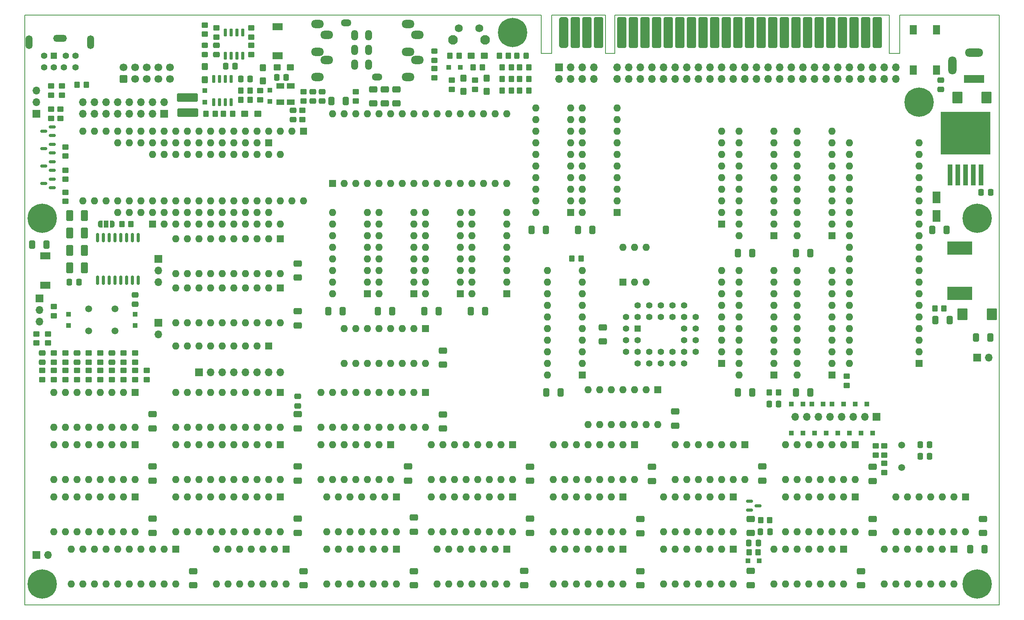
<source format=gbr>
%TF.GenerationSoftware,KiCad,Pcbnew,6.0.11-2627ca5db0~126~ubuntu22.04.1*%
%TF.CreationDate,2023-12-06T09:32:17+02:00*%
%TF.ProjectId,ZX-Spectrum-Pentagon,5a582d53-7065-4637-9472-756d2d50656e,pcb_v0.4*%
%TF.SameCoordinates,Original*%
%TF.FileFunction,Soldermask,Top*%
%TF.FilePolarity,Negative*%
%FSLAX46Y46*%
G04 Gerber Fmt 4.6, Leading zero omitted, Abs format (unit mm)*
G04 Created by KiCad (PCBNEW 6.0.11-2627ca5db0~126~ubuntu22.04.1) date 2023-12-06 09:32:17*
%MOMM*%
%LPD*%
G01*
G04 APERTURE LIST*
G04 Aperture macros list*
%AMRoundRect*
0 Rectangle with rounded corners*
0 $1 Rounding radius*
0 $2 $3 $4 $5 $6 $7 $8 $9 X,Y pos of 4 corners*
0 Add a 4 corners polygon primitive as box body*
4,1,4,$2,$3,$4,$5,$6,$7,$8,$9,$2,$3,0*
0 Add four circle primitives for the rounded corners*
1,1,$1+$1,$2,$3*
1,1,$1+$1,$4,$5*
1,1,$1+$1,$6,$7*
1,1,$1+$1,$8,$9*
0 Add four rect primitives between the rounded corners*
20,1,$1+$1,$2,$3,$4,$5,0*
20,1,$1+$1,$4,$5,$6,$7,0*
20,1,$1+$1,$6,$7,$8,$9,0*
20,1,$1+$1,$8,$9,$2,$3,0*%
%AMFreePoly0*
4,1,22,0.550000,-0.750000,0.000000,-0.750000,0.000000,-0.745033,-0.079941,-0.743568,-0.215256,-0.701293,-0.333266,-0.622738,-0.424486,-0.514219,-0.481581,-0.384460,-0.499164,-0.250000,-0.500000,-0.250000,-0.500000,0.250000,-0.499164,0.250000,-0.499963,0.256109,-0.478152,0.396186,-0.417904,0.524511,-0.324060,0.630769,-0.204165,0.706417,-0.067858,0.745374,0.000000,0.744959,0.000000,0.750000,
0.550000,0.750000,0.550000,-0.750000,0.550000,-0.750000,$1*%
%AMFreePoly1*
4,1,20,0.000000,0.744959,0.073905,0.744508,0.209726,0.703889,0.328688,0.626782,0.421226,0.519385,0.479903,0.390333,0.500000,0.250000,0.500000,-0.250000,0.499851,-0.262216,0.476331,-0.402017,0.414519,-0.529596,0.319384,-0.634700,0.198574,-0.708877,0.061801,-0.746166,0.000000,-0.745033,0.000000,-0.750000,-0.550000,-0.750000,-0.550000,0.750000,0.000000,0.750000,0.000000,0.744959,
0.000000,0.744959,$1*%
G04 Aperture macros list end*
%TA.AperFunction,Profile*%
%ADD10C,0.200000*%
%TD*%
%ADD11R,1.000000X1.000000*%
%ADD12RoundRect,0.250000X0.350000X0.450000X-0.350000X0.450000X-0.350000X-0.450000X0.350000X-0.450000X0*%
%ADD13RoundRect,0.250000X-0.450000X0.350000X-0.450000X-0.350000X0.450000X-0.350000X0.450000X0.350000X0*%
%ADD14R,1.422400X1.422400*%
%ADD15C,1.422400*%
%ADD16R,1.408000X1.408000*%
%ADD17C,1.408000*%
%ADD18O,1.500000X3.000000*%
%ADD19O,3.000000X1.500000*%
%ADD20RoundRect,0.250000X0.650000X-0.412500X0.650000X0.412500X-0.650000X0.412500X-0.650000X-0.412500X0*%
%ADD21RoundRect,0.150000X0.587500X0.150000X-0.587500X0.150000X-0.587500X-0.150000X0.587500X-0.150000X0*%
%ADD22C,1.500000*%
%ADD23RoundRect,0.250000X0.450000X-0.350000X0.450000X0.350000X-0.450000X0.350000X-0.450000X-0.350000X0*%
%ADD24R,1.600000X1.600000*%
%ADD25O,1.600000X1.600000*%
%ADD26RoundRect,0.460000X-0.540000X-2.890000X0.540000X-2.890000X0.540000X2.890000X-0.540000X2.890000X0*%
%ADD27RoundRect,0.280000X-0.720000X-3.070000X0.720000X-3.070000X0.720000X3.070000X-0.720000X3.070000X0*%
%ADD28RoundRect,0.150000X0.150000X-0.875000X0.150000X0.875000X-0.150000X0.875000X-0.150000X-0.875000X0*%
%ADD29RoundRect,0.250001X0.499999X0.924999X-0.499999X0.924999X-0.499999X-0.924999X0.499999X-0.924999X0*%
%ADD30RoundRect,0.250000X-0.325000X-0.450000X0.325000X-0.450000X0.325000X0.450000X-0.325000X0.450000X0*%
%ADD31R,1.700000X1.700000*%
%ADD32O,1.700000X1.700000*%
%ADD33RoundRect,0.250000X0.475000X-0.337500X0.475000X0.337500X-0.475000X0.337500X-0.475000X-0.337500X0*%
%ADD34RoundRect,0.250000X0.450000X-0.325000X0.450000X0.325000X-0.450000X0.325000X-0.450000X-0.325000X0*%
%ADD35RoundRect,0.250000X-0.450000X0.325000X-0.450000X-0.325000X0.450000X-0.325000X0.450000X0.325000X0*%
%ADD36RoundRect,0.250000X-0.337500X-0.475000X0.337500X-0.475000X0.337500X0.475000X-0.337500X0.475000X0*%
%ADD37RoundRect,0.250000X0.425000X-0.537500X0.425000X0.537500X-0.425000X0.537500X-0.425000X-0.537500X0*%
%ADD38RoundRect,0.150000X-0.150000X0.725000X-0.150000X-0.725000X0.150000X-0.725000X0.150000X0.725000X0*%
%ADD39RoundRect,0.250000X-0.475000X0.337500X-0.475000X-0.337500X0.475000X-0.337500X0.475000X0.337500X0*%
%ADD40RoundRect,0.250000X-0.412500X-0.650000X0.412500X-0.650000X0.412500X0.650000X-0.412500X0.650000X0*%
%ADD41C,2.100000*%
%ADD42C,1.750000*%
%ADD43RoundRect,0.250000X-0.425000X0.537500X-0.425000X-0.537500X0.425000X-0.537500X0.425000X0.537500X0*%
%ADD44RoundRect,0.250000X-0.350000X-0.450000X0.350000X-0.450000X0.350000X0.450000X-0.350000X0.450000X0*%
%ADD45RoundRect,0.250000X-0.875000X-1.025000X0.875000X-1.025000X0.875000X1.025000X-0.875000X1.025000X0*%
%ADD46R,1.500000X2.000000*%
%ADD47RoundRect,0.250000X0.337500X0.475000X-0.337500X0.475000X-0.337500X-0.475000X0.337500X-0.475000X0*%
%ADD48C,0.800000*%
%ADD49C,6.400000*%
%ADD50R,2.200000X1.500000*%
%ADD51R,1.700000X1.300000*%
%ADD52R,1.100000X4.600000*%
%ADD53R,10.800000X9.400000*%
%ADD54R,4.400000X1.800000*%
%ADD55O,4.000000X1.800000*%
%ADD56O,1.800000X4.000000*%
%ADD57R,5.400000X2.900000*%
%ADD58RoundRect,0.250000X0.600000X-0.600000X0.600000X0.600000X-0.600000X0.600000X-0.600000X-0.600000X0*%
%ADD59C,1.700000*%
%ADD60RoundRect,0.250000X-0.537500X-0.425000X0.537500X-0.425000X0.537500X0.425000X-0.537500X0.425000X0*%
%ADD61RoundRect,0.250000X0.412500X0.650000X-0.412500X0.650000X-0.412500X-0.650000X0.412500X-0.650000X0*%
%ADD62RoundRect,0.180000X-2.070000X-0.720000X2.070000X-0.720000X2.070000X0.720000X-2.070000X0.720000X0*%
%ADD63O,2.800000X1.800000*%
%ADD64FreePoly0,0.000000*%
%ADD65R,1.000000X1.500000*%
%ADD66FreePoly1,0.000000*%
%ADD67R,1.800000X2.500000*%
%ADD68O,1.500000X2.300000*%
%ADD69O,2.300000X1.500000*%
%ADD70RoundRect,0.250000X0.537500X0.425000X-0.537500X0.425000X-0.537500X-0.425000X0.537500X-0.425000X0*%
%ADD71RoundRect,0.250000X-0.650000X0.412500X-0.650000X-0.412500X0.650000X-0.412500X0.650000X0.412500X0*%
%ADD72RoundRect,0.150000X-0.587500X-0.150000X0.587500X-0.150000X0.587500X0.150000X-0.587500X0.150000X0*%
G04 APERTURE END LIST*
D10*
X20320000Y-149320000D02*
X20320000Y-20320000D01*
X233420000Y-149320000D02*
X20320000Y-149320000D01*
X211630000Y-20320000D02*
X233420000Y-20320000D01*
X20320000Y-20320000D02*
X133250000Y-20320000D01*
X233420000Y-20320000D02*
X233420000Y-149320000D01*
%TO.C,XMCPU1*%
X211630000Y-28720000D02*
X211630000Y-20320000D01*
X133250000Y-20320000D02*
X133250000Y-28720000D01*
X209330000Y-28720000D02*
X211630000Y-28720000D01*
X149310000Y-20320000D02*
X209330000Y-20320000D01*
X147310000Y-20320000D02*
X147310000Y-28720000D01*
X135550000Y-20320000D02*
X147310000Y-20320000D01*
X135550000Y-28720000D02*
X135550000Y-20320000D01*
X147310000Y-28720000D02*
X149310000Y-28720000D01*
X209330000Y-20320000D02*
X209330000Y-28720000D01*
X149310000Y-28720000D02*
X149310000Y-20320000D01*
X133250000Y-28720000D02*
X135550000Y-28720000D01*
%TD*%
D11*
%TO.C,DIO5*%
X198140000Y-111760000D03*
X200640000Y-111760000D03*
%TD*%
D12*
%TO.C,RPS1*%
X69580000Y-36830000D03*
X67580000Y-36830000D03*
%TD*%
D13*
%TO.C,RIO3*%
X118745000Y-34560000D03*
X118745000Y-36560000D03*
%TD*%
D11*
%TO.C,DG1*%
X113050000Y-31750000D03*
X115550000Y-31750000D03*
%TD*%
D14*
%TO.C,U30*%
X154305000Y-88900000D03*
D15*
X151765000Y-91440000D03*
X154305000Y-91440000D03*
X151765000Y-93980000D03*
X154305000Y-96520000D03*
X154305000Y-93980000D03*
X156845000Y-96520000D03*
X156845000Y-93980000D03*
X159385000Y-96520000D03*
X159385000Y-93980000D03*
X161925000Y-96520000D03*
X161925000Y-93980000D03*
X164465000Y-96520000D03*
X167005000Y-93980000D03*
X164465000Y-93980000D03*
X167005000Y-91440000D03*
X164465000Y-91440000D03*
X167005000Y-88900000D03*
X164465000Y-88900000D03*
X167005000Y-86360000D03*
X164465000Y-83820000D03*
X164465000Y-86360000D03*
X161925000Y-83820000D03*
X161925000Y-86360000D03*
X159385000Y-83820000D03*
X159385000Y-86360000D03*
X156845000Y-83820000D03*
X156845000Y-86360000D03*
X154305000Y-83820000D03*
X151765000Y-86360000D03*
X154305000Y-86360000D03*
X151765000Y-88900000D03*
%TD*%
D16*
%TO.C,JVE2*%
X26670000Y-29210000D03*
D17*
X29270000Y-29210000D03*
X24570000Y-29210000D03*
X26670000Y-31710000D03*
X31370000Y-29210000D03*
X24570000Y-31710000D03*
X28870000Y-31710000D03*
X31370000Y-31710000D03*
D18*
X21220000Y-26210000D03*
X34720000Y-26210000D03*
D19*
X27970000Y-25410000D03*
%TD*%
D20*
%TO.C,CPF36*%
X80015000Y-122202500D03*
X80015000Y-119077500D03*
%TD*%
D11*
%TO.C,DIO6*%
X199370000Y-105410000D03*
X196870000Y-105410000D03*
%TD*%
D20*
%TO.C,CPF13*%
X229870000Y-133642500D03*
X229870000Y-130517500D03*
%TD*%
D21*
%TO.C,QVF3*%
X26337500Y-54290000D03*
X26337500Y-52390000D03*
X24462500Y-53340000D03*
%TD*%
D22*
%TO.C,YG1*%
X212090000Y-114390000D03*
X212090000Y-119270000D03*
%TD*%
D11*
%TO.C,DIO8*%
X187980000Y-111760000D03*
X190480000Y-111760000D03*
%TD*%
D23*
%TO.C,RVE27*%
X25400000Y-92059000D03*
X25400000Y-90059000D03*
%TD*%
D24*
%TO.C,U15*%
X151135000Y-125730000D03*
D25*
X148595000Y-125730000D03*
X146055000Y-125730000D03*
X143515000Y-125730000D03*
X140975000Y-125730000D03*
X138435000Y-125730000D03*
X135895000Y-125730000D03*
X135895000Y-133350000D03*
X138435000Y-133350000D03*
X140975000Y-133350000D03*
X143515000Y-133350000D03*
X146055000Y-133350000D03*
X148595000Y-133350000D03*
X151135000Y-133350000D03*
%TD*%
D20*
%TO.C,CPF20*%
X99060000Y-39662500D03*
X99060000Y-36537500D03*
%TD*%
D24*
%TO.C,U48*%
X95250000Y-81280000D03*
D25*
X95250000Y-78740000D03*
X95250000Y-76200000D03*
X95250000Y-73660000D03*
X95250000Y-71120000D03*
X95250000Y-68580000D03*
X95250000Y-66040000D03*
X95250000Y-63500000D03*
X87630000Y-63500000D03*
X87630000Y-66040000D03*
X87630000Y-68580000D03*
X87630000Y-71120000D03*
X87630000Y-73660000D03*
X87630000Y-76200000D03*
X87630000Y-78740000D03*
X87630000Y-81280000D03*
%TD*%
D24*
%TO.C,U18*%
X76200000Y-69215000D03*
D25*
X73660000Y-69215000D03*
X71120000Y-69215000D03*
X68580000Y-69215000D03*
X66040000Y-69215000D03*
X63500000Y-69215000D03*
X60960000Y-69215000D03*
X58420000Y-69215000D03*
X55880000Y-69215000D03*
X53340000Y-69215000D03*
X53340000Y-76835000D03*
X55880000Y-76835000D03*
X58420000Y-76835000D03*
X60960000Y-76835000D03*
X63500000Y-76835000D03*
X66040000Y-76835000D03*
X68580000Y-76835000D03*
X71120000Y-76835000D03*
X73660000Y-76835000D03*
X76200000Y-76835000D03*
%TD*%
D26*
%TO.C,XMCPU1*%
X138150000Y-24130000D03*
D27*
X140690000Y-24130000D03*
X143230000Y-24130000D03*
X145770000Y-24130000D03*
X150850000Y-24130000D03*
X153390000Y-24130000D03*
X155930000Y-24130000D03*
X158470000Y-24130000D03*
X161010000Y-24130000D03*
X163550000Y-24130000D03*
X166090000Y-24130000D03*
X168630000Y-24130000D03*
X171170000Y-24130000D03*
X173710000Y-24130000D03*
X176250000Y-24130000D03*
X178790000Y-24130000D03*
X181330000Y-24130000D03*
X183870000Y-24130000D03*
X186410000Y-24130000D03*
X188950000Y-24130000D03*
X191490000Y-24130000D03*
X194030000Y-24130000D03*
X196570000Y-24130000D03*
X199110000Y-24130000D03*
X201650000Y-24130000D03*
X204190000Y-24130000D03*
X206730000Y-24130000D03*
%TD*%
D28*
%TO.C,U49*%
X36195000Y-78310000D03*
X37465000Y-78310000D03*
X38735000Y-78310000D03*
X40005000Y-78310000D03*
X41275000Y-78310000D03*
X42545000Y-78310000D03*
X43815000Y-78310000D03*
X45085000Y-78310000D03*
X45085000Y-69010000D03*
X43815000Y-69010000D03*
X42545000Y-69010000D03*
X41275000Y-69010000D03*
X40005000Y-69010000D03*
X38735000Y-69010000D03*
X37465000Y-69010000D03*
X36195000Y-69010000D03*
%TD*%
D29*
%TO.C,CVE5*%
X33375000Y-64135000D03*
X30125000Y-64135000D03*
%TD*%
D24*
%TO.C,U19*%
X81280000Y-45710000D03*
D25*
X78740000Y-45710000D03*
X76200000Y-45710000D03*
X73660000Y-45710000D03*
X71120000Y-45710000D03*
X68580000Y-45710000D03*
X66040000Y-45710000D03*
X63500000Y-45710000D03*
X60960000Y-45710000D03*
X58420000Y-45710000D03*
X55880000Y-45710000D03*
X53340000Y-45710000D03*
X50800000Y-45710000D03*
X48260000Y-45710000D03*
X45720000Y-45710000D03*
X43180000Y-45710000D03*
X40640000Y-45710000D03*
X38100000Y-45710000D03*
X35560000Y-45710000D03*
X33020000Y-45710000D03*
X33020000Y-60950000D03*
X35560000Y-60950000D03*
X38100000Y-60950000D03*
X40640000Y-60950000D03*
X43180000Y-60950000D03*
X45720000Y-60950000D03*
X48260000Y-60950000D03*
X50800000Y-60950000D03*
X53340000Y-60950000D03*
X55880000Y-60950000D03*
X58420000Y-60950000D03*
X60960000Y-60950000D03*
X63500000Y-60950000D03*
X66040000Y-60950000D03*
X68580000Y-60950000D03*
X71120000Y-60950000D03*
X73660000Y-60950000D03*
X76200000Y-60950000D03*
X78740000Y-60950000D03*
X81280000Y-60950000D03*
%TD*%
D30*
%TO.C,DPI2*%
X127880000Y-29210000D03*
X129930000Y-29210000D03*
%TD*%
D31*
%TO.C,TP1*%
X228600000Y-95250000D03*
D32*
X231140000Y-95250000D03*
%TD*%
D21*
%TO.C,QVF2*%
X26337500Y-58100000D03*
X26337500Y-56200000D03*
X24462500Y-57150000D03*
%TD*%
D33*
%TO.C,CVE6*%
X31750000Y-96287500D03*
X31750000Y-94212500D03*
%TD*%
D34*
%TO.C,DPI1*%
X109855000Y-30235000D03*
X109855000Y-28185000D03*
%TD*%
D23*
%TO.C,RVE12*%
X29210000Y-96250000D03*
X29210000Y-94250000D03*
%TD*%
D35*
%TO.C,DPI3*%
X59690000Y-26915000D03*
X59690000Y-28965000D03*
%TD*%
D23*
%TO.C,RIO10*%
X69850000Y-25130000D03*
X69850000Y-23130000D03*
%TD*%
D13*
%TO.C,RVE23*%
X29210000Y-59055000D03*
X29210000Y-61055000D03*
%TD*%
D24*
%TO.C,SWCPU1*%
X151130000Y-78740000D03*
D25*
X153670000Y-78740000D03*
X156210000Y-78740000D03*
X156210000Y-71120000D03*
X153670000Y-71120000D03*
X151130000Y-71120000D03*
%TD*%
D36*
%TO.C,CIO9*%
X64240500Y-31496000D03*
X66315500Y-31496000D03*
%TD*%
%TO.C,CG1*%
X216132500Y-114300000D03*
X218207500Y-114300000D03*
%TD*%
D11*
%TO.C,DG2*%
X178455000Y-139700000D03*
X180955000Y-139700000D03*
%TD*%
D37*
%TO.C,CIO10*%
X121285000Y-36997500D03*
X121285000Y-34122500D03*
%TD*%
%TO.C,CIO6*%
X116205000Y-36997500D03*
X116205000Y-34122500D03*
%TD*%
D23*
%TO.C,RIO2*%
X69850000Y-28940000D03*
X69850000Y-26940000D03*
%TD*%
D31*
%TO.C,JPVE1*%
X22835000Y-41895000D03*
D32*
X22835000Y-39355000D03*
X22835000Y-36815000D03*
%TD*%
D23*
%TO.C,RVE18*%
X39370000Y-100060000D03*
X39370000Y-98060000D03*
%TD*%
D38*
%TO.C,UPS2*%
X65405000Y-34255000D03*
X64135000Y-34255000D03*
X62865000Y-34255000D03*
X61595000Y-34255000D03*
X61595000Y-39405000D03*
X62865000Y-39405000D03*
X64135000Y-39405000D03*
X65405000Y-39405000D03*
%TD*%
D39*
%TO.C,CM1*%
X80010000Y-103737500D03*
X80010000Y-105812500D03*
%TD*%
D40*
%TO.C,CPF46*%
X97497500Y-85090000D03*
X100622500Y-85090000D03*
%TD*%
D29*
%TO.C,CVE4*%
X33375000Y-67945000D03*
X30125000Y-67945000D03*
%TD*%
D24*
%TO.C,U25*%
X196840000Y-68575000D03*
D25*
X196840000Y-66035000D03*
X196840000Y-63495000D03*
X196840000Y-60955000D03*
X196840000Y-58415000D03*
X196840000Y-55875000D03*
X196840000Y-53335000D03*
X196840000Y-50795000D03*
X196840000Y-48255000D03*
X196840000Y-45715000D03*
X189220000Y-45715000D03*
X189220000Y-48255000D03*
X189220000Y-50795000D03*
X189220000Y-53335000D03*
X189220000Y-55875000D03*
X189220000Y-58415000D03*
X189220000Y-60955000D03*
X189220000Y-63495000D03*
X189220000Y-66035000D03*
X189220000Y-68575000D03*
%TD*%
D29*
%TO.C,CVE2*%
X33375000Y-75565000D03*
X30125000Y-75565000D03*
%TD*%
D40*
%TO.C,CPF27*%
X218782500Y-67310000D03*
X221907500Y-67310000D03*
%TD*%
D29*
%TO.C,CVE7*%
X33375000Y-71755000D03*
X30125000Y-71755000D03*
%TD*%
D31*
%TO.C,JIO5*%
X49530000Y-87625000D03*
D32*
X49530000Y-90165000D03*
%TD*%
D40*
%TO.C,CPF50*%
X21932500Y-70485000D03*
X25057500Y-70485000D03*
%TD*%
D13*
%TO.C,RVE3*%
X46990000Y-98060000D03*
X46990000Y-100060000D03*
%TD*%
D41*
%TO.C,SWG1*%
X120960000Y-25697500D03*
X113950000Y-25697500D03*
D42*
X115200000Y-23207500D03*
X119700000Y-23207500D03*
%TD*%
D43*
%TO.C,CIO8*%
X72390000Y-31852500D03*
X72390000Y-34727500D03*
%TD*%
D44*
%TO.C,RIO8*%
X128540000Y-36830000D03*
X130540000Y-36830000D03*
%TD*%
D40*
%TO.C,CPF29*%
X134327500Y-102870000D03*
X137452500Y-102870000D03*
%TD*%
D13*
%TO.C,RPI1*%
X109855000Y-32020000D03*
X109855000Y-34020000D03*
%TD*%
D39*
%TO.C,CIO7*%
X62230000Y-26902500D03*
X62230000Y-28977500D03*
%TD*%
D20*
%TO.C,CPF11*%
X203200000Y-145072500D03*
X203200000Y-141947500D03*
%TD*%
D33*
%TO.C,CIO5*%
X78994000Y-43201500D03*
X78994000Y-41126500D03*
%TD*%
D23*
%TO.C,RVE13*%
X36830000Y-96250000D03*
X36830000Y-94250000D03*
%TD*%
D45*
%TO.C,CPS4*%
X225400000Y-85725000D03*
X231800000Y-85725000D03*
%TD*%
D46*
%TO.C,DPS2*%
X214620000Y-32310000D03*
X219720000Y-32310000D03*
X219720000Y-23570000D03*
X214620000Y-23570000D03*
%TD*%
D20*
%TO.C,CPF18*%
X80010000Y-77762500D03*
X80010000Y-74637500D03*
%TD*%
D33*
%TO.C,CVE8*%
X24130000Y-96287500D03*
X24130000Y-94212500D03*
%TD*%
D12*
%TO.C,RG8*%
X180705000Y-137795000D03*
X178705000Y-137795000D03*
%TD*%
D24*
%TO.C,U47*%
X125730000Y-81280000D03*
D25*
X125730000Y-78740000D03*
X125730000Y-76200000D03*
X125730000Y-73660000D03*
X125730000Y-71120000D03*
X125730000Y-68580000D03*
X125730000Y-66040000D03*
X125730000Y-63500000D03*
X118110000Y-63500000D03*
X118110000Y-66040000D03*
X118110000Y-68580000D03*
X118110000Y-71120000D03*
X118110000Y-73660000D03*
X118110000Y-76200000D03*
X118110000Y-78740000D03*
X118110000Y-81280000D03*
%TD*%
D33*
%TO.C,CVE3*%
X39370000Y-96287500D03*
X39370000Y-94212500D03*
%TD*%
D45*
%TO.C,CPS2*%
X224232000Y-38354000D03*
X230632000Y-38354000D03*
%TD*%
D37*
%TO.C,CPS1*%
X59690000Y-34457500D03*
X59690000Y-31582500D03*
%TD*%
D47*
%TO.C,CG2*%
X218207500Y-116840000D03*
X216132500Y-116840000D03*
%TD*%
D23*
%TO.C,RVE20*%
X26670000Y-96250000D03*
X26670000Y-94250000D03*
%TD*%
D40*
%TO.C,CPF45*%
X131152500Y-67315000D03*
X134277500Y-67315000D03*
%TD*%
D44*
%TO.C,RPS4*%
X67580000Y-38862000D03*
X69580000Y-38862000D03*
%TD*%
D36*
%TO.C,CPS5*%
X229467500Y-59055000D03*
X231542500Y-59055000D03*
%TD*%
D48*
%TO.C,H5*%
X25827056Y-146477056D03*
X24130000Y-147180000D03*
X22432944Y-146477056D03*
D49*
X24130000Y-144780000D03*
D48*
X22432944Y-143082944D03*
X26530000Y-144780000D03*
X24130000Y-142380000D03*
X25827056Y-143082944D03*
X21730000Y-144780000D03*
%TD*%
D40*
%TO.C,CPF24*%
X176237500Y-102870000D03*
X179362500Y-102870000D03*
%TD*%
D24*
%TO.C,U20*%
X73655000Y-48250000D03*
D25*
X71115000Y-48250000D03*
X68575000Y-48250000D03*
X66035000Y-48250000D03*
X63495000Y-48250000D03*
X60955000Y-48250000D03*
X58415000Y-48250000D03*
X55875000Y-48250000D03*
X53335000Y-48250000D03*
X50795000Y-48250000D03*
X48255000Y-48250000D03*
X45715000Y-48250000D03*
X43175000Y-48250000D03*
X40635000Y-48250000D03*
X40635000Y-63490000D03*
X43175000Y-63490000D03*
X45715000Y-63490000D03*
X48255000Y-63490000D03*
X50795000Y-63490000D03*
X53335000Y-63490000D03*
X55875000Y-63490000D03*
X58415000Y-63490000D03*
X60955000Y-63490000D03*
X63495000Y-63490000D03*
X66035000Y-63490000D03*
X68575000Y-63490000D03*
X71115000Y-63490000D03*
X73655000Y-63490000D03*
%TD*%
D11*
%TO.C,DVE1*%
X44450000Y-85745000D03*
X44450000Y-88245000D03*
%TD*%
%TO.C,DIO9*%
X194925000Y-105410000D03*
X192425000Y-105410000D03*
%TD*%
D20*
%TO.C,CPF21*%
X96520000Y-39662500D03*
X96520000Y-36537500D03*
%TD*%
D36*
%TO.C,CPS7*%
X67542500Y-34290000D03*
X69617500Y-34290000D03*
%TD*%
D13*
%TO.C,RIO5*%
X62230000Y-23130000D03*
X62230000Y-25130000D03*
%TD*%
D31*
%TO.C,JIOKB2*%
X58420000Y-98425000D03*
D32*
X60960000Y-98425000D03*
X63500000Y-98425000D03*
X66040000Y-98425000D03*
X68580000Y-98425000D03*
X71120000Y-98425000D03*
X73660000Y-98425000D03*
X76200000Y-98425000D03*
%TD*%
D44*
%TO.C,RIO14*%
X128540000Y-31750000D03*
X130540000Y-31750000D03*
%TD*%
D13*
%TO.C,RG1*%
X206375000Y-114570000D03*
X206375000Y-116570000D03*
%TD*%
D20*
%TO.C,CPF2*%
X181605000Y-122202500D03*
X181605000Y-119077500D03*
%TD*%
D23*
%TO.C,RVE28*%
X22860000Y-92059000D03*
X22860000Y-90059000D03*
%TD*%
D20*
%TO.C,CPF14*%
X104140000Y-122202500D03*
X104140000Y-119077500D03*
%TD*%
D23*
%TO.C,RVE9*%
X28448000Y-37830000D03*
X28448000Y-35830000D03*
%TD*%
D11*
%TO.C,DIO10*%
X190480000Y-105410000D03*
X187980000Y-105410000D03*
%TD*%
D20*
%TO.C,CPF37*%
X48260000Y-122202500D03*
X48260000Y-119077500D03*
%TD*%
%TO.C,CPF6*%
X157465000Y-122222500D03*
X157465000Y-119097500D03*
%TD*%
D24*
%TO.C,U7*%
X175260000Y-137160000D03*
D25*
X172720000Y-137160000D03*
X170180000Y-137160000D03*
X167640000Y-137160000D03*
X165100000Y-137160000D03*
X162560000Y-137160000D03*
X160020000Y-137160000D03*
X160020000Y-144780000D03*
X162560000Y-144780000D03*
X165100000Y-144780000D03*
X167640000Y-144780000D03*
X170180000Y-144780000D03*
X172720000Y-144780000D03*
X175260000Y-144780000D03*
%TD*%
D40*
%TO.C,CPF3*%
X227037500Y-137160000D03*
X230162500Y-137160000D03*
%TD*%
D44*
%TO.C,RG4*%
X113300000Y-29210000D03*
X115300000Y-29210000D03*
%TD*%
D20*
%TO.C,CPF23*%
X80010000Y-88215000D03*
X80010000Y-85090000D03*
%TD*%
D40*
%TO.C,CPF48*%
X86702500Y-85090000D03*
X89827500Y-85090000D03*
%TD*%
D50*
%TO.C,LVE1*%
X24765000Y-73000000D03*
X24765000Y-79400000D03*
%TD*%
D23*
%TO.C,RVE17*%
X31750000Y-100060000D03*
X31750000Y-98060000D03*
%TD*%
%TO.C,RVF1*%
X92710000Y-39100000D03*
X92710000Y-37100000D03*
%TD*%
D36*
%TO.C,CG5*%
X178667500Y-135763000D03*
X180742500Y-135763000D03*
%TD*%
D24*
%TO.C,U23*%
X76200000Y-80010000D03*
D25*
X73660000Y-80010000D03*
X71120000Y-80010000D03*
X68580000Y-80010000D03*
X66040000Y-80010000D03*
X63500000Y-80010000D03*
X60960000Y-80010000D03*
X58420000Y-80010000D03*
X55880000Y-80010000D03*
X53340000Y-80010000D03*
X53340000Y-87630000D03*
X55880000Y-87630000D03*
X58420000Y-87630000D03*
X60960000Y-87630000D03*
X63500000Y-87630000D03*
X66040000Y-87630000D03*
X68580000Y-87630000D03*
X71120000Y-87630000D03*
X73660000Y-87630000D03*
X76200000Y-87630000D03*
%TD*%
D12*
%TO.C,RG5*%
X120380000Y-31750000D03*
X118380000Y-31750000D03*
%TD*%
D13*
%TO.C,RCPU3*%
X200025000Y-99330000D03*
X200025000Y-101330000D03*
%TD*%
D40*
%TO.C,CPF42*%
X107657500Y-85090000D03*
X110782500Y-85090000D03*
%TD*%
D13*
%TO.C,RIO6*%
X81026000Y-41164000D03*
X81026000Y-43164000D03*
%TD*%
D20*
%TO.C,CPF35*%
X80015000Y-110772500D03*
X80015000Y-107647500D03*
%TD*%
D24*
%TO.C,U42*%
X115570000Y-81280000D03*
D25*
X115570000Y-78740000D03*
X115570000Y-76200000D03*
X115570000Y-73660000D03*
X115570000Y-71120000D03*
X115570000Y-68580000D03*
X115570000Y-66040000D03*
X115570000Y-63500000D03*
X107950000Y-63500000D03*
X107950000Y-66040000D03*
X107950000Y-68580000D03*
X107950000Y-71120000D03*
X107950000Y-73660000D03*
X107950000Y-76200000D03*
X107950000Y-78740000D03*
X107950000Y-81280000D03*
%TD*%
D22*
%TO.C,YVE1*%
X40005000Y-84545000D03*
X40005000Y-89425000D03*
%TD*%
D20*
%TO.C,CPF17*%
X111745000Y-96812500D03*
X111745000Y-93687500D03*
%TD*%
D13*
%TO.C,RVE2*%
X26035000Y-40910000D03*
X26035000Y-42910000D03*
%TD*%
D20*
%TO.C,CPF34*%
X81275000Y-145072500D03*
X81275000Y-141947500D03*
%TD*%
D24*
%TO.C,U38*%
X44450000Y-102870000D03*
D25*
X41910000Y-102870000D03*
X39370000Y-102870000D03*
X36830000Y-102870000D03*
X34290000Y-102870000D03*
X31750000Y-102870000D03*
X29210000Y-102870000D03*
X26670000Y-102870000D03*
X26670000Y-110490000D03*
X29210000Y-110490000D03*
X31750000Y-110490000D03*
X34290000Y-110490000D03*
X36830000Y-110490000D03*
X39370000Y-110490000D03*
X41910000Y-110490000D03*
X44450000Y-110490000D03*
%TD*%
D20*
%TO.C,CPF39*%
X57150000Y-145072500D03*
X57150000Y-141947500D03*
%TD*%
D11*
%TO.C,DIO11*%
X204450000Y-105410000D03*
X201950000Y-105410000D03*
%TD*%
D44*
%TO.C,RCPU2*%
X139970000Y-73533000D03*
X141970000Y-73533000D03*
%TD*%
D24*
%TO.C,U44*%
X87615000Y-57155000D03*
D25*
X90155000Y-57155000D03*
X92695000Y-57155000D03*
X95235000Y-57155000D03*
X97775000Y-57155000D03*
X100315000Y-57155000D03*
X102855000Y-57155000D03*
X105395000Y-57155000D03*
X107935000Y-57155000D03*
X110475000Y-57155000D03*
X113015000Y-57155000D03*
X115555000Y-57155000D03*
X118095000Y-57155000D03*
X120635000Y-57155000D03*
X123175000Y-57155000D03*
X125715000Y-57155000D03*
X125715000Y-41915000D03*
X123175000Y-41915000D03*
X120635000Y-41915000D03*
X118095000Y-41915000D03*
X115555000Y-41915000D03*
X113015000Y-41915000D03*
X110475000Y-41915000D03*
X107935000Y-41915000D03*
X105395000Y-41915000D03*
X102855000Y-41915000D03*
X100315000Y-41915000D03*
X97775000Y-41915000D03*
X95235000Y-41915000D03*
X92695000Y-41915000D03*
X90155000Y-41915000D03*
X87615000Y-41915000D03*
%TD*%
D11*
%TO.C,DPS1*%
X59690000Y-36850000D03*
X59690000Y-39350000D03*
%TD*%
D23*
%TO.C,RVE22*%
X41910000Y-96250000D03*
X41910000Y-94250000D03*
%TD*%
D38*
%TO.C,U22*%
X67945000Y-24095000D03*
X66675000Y-24095000D03*
X65405000Y-24095000D03*
X64135000Y-24095000D03*
X64135000Y-29245000D03*
X65405000Y-29245000D03*
X66675000Y-29245000D03*
X67945000Y-29245000D03*
%TD*%
D11*
%TO.C,DVE2*%
X29845000Y-85745000D03*
X29845000Y-88245000D03*
%TD*%
D13*
%TO.C,RVE24*%
X29210000Y-49165000D03*
X29210000Y-51165000D03*
%TD*%
D49*
%TO.C,H2*%
X215900000Y-39370000D03*
D48*
X218300000Y-39370000D03*
X217597056Y-37672944D03*
X214202944Y-37672944D03*
X215900000Y-36970000D03*
X217597056Y-41067056D03*
X213500000Y-39370000D03*
X215900000Y-41770000D03*
X214202944Y-41067056D03*
%TD*%
D13*
%TO.C,RIO1*%
X81280000Y-37100000D03*
X81280000Y-39100000D03*
%TD*%
D24*
%TO.C,U1*%
X201930000Y-114300000D03*
D25*
X199390000Y-114300000D03*
X196850000Y-114300000D03*
X194310000Y-114300000D03*
X191770000Y-114300000D03*
X189230000Y-114300000D03*
X186690000Y-114300000D03*
X186690000Y-121920000D03*
X189230000Y-121920000D03*
X191770000Y-121920000D03*
X194310000Y-121920000D03*
X196850000Y-121920000D03*
X199390000Y-121920000D03*
X201930000Y-121920000D03*
%TD*%
D24*
%TO.C,U11*%
X199395000Y-137170000D03*
D25*
X196855000Y-137170000D03*
X194315000Y-137170000D03*
X191775000Y-137170000D03*
X189235000Y-137170000D03*
X186695000Y-137170000D03*
X184155000Y-137170000D03*
X184155000Y-144790000D03*
X186695000Y-144790000D03*
X189235000Y-144790000D03*
X191775000Y-144790000D03*
X194315000Y-144790000D03*
X196855000Y-144790000D03*
X199395000Y-144790000D03*
%TD*%
D21*
%TO.C,QVF1*%
X26337500Y-46670000D03*
X26337500Y-44770000D03*
X24462500Y-45720000D03*
%TD*%
D24*
%TO.C,U5*%
X127000000Y-125730000D03*
D25*
X124460000Y-125730000D03*
X121920000Y-125730000D03*
X119380000Y-125730000D03*
X116840000Y-125730000D03*
X114300000Y-125730000D03*
X111760000Y-125730000D03*
X109220000Y-125730000D03*
X109220000Y-133350000D03*
X111760000Y-133350000D03*
X114300000Y-133350000D03*
X116840000Y-133350000D03*
X119380000Y-133350000D03*
X121920000Y-133350000D03*
X124460000Y-133350000D03*
X127000000Y-133350000D03*
%TD*%
D40*
%TO.C,CPF22*%
X228307500Y-90805000D03*
X231432500Y-90805000D03*
%TD*%
D24*
%TO.C,RSIO1*%
X73660000Y-92710000D03*
D25*
X71120000Y-92710000D03*
X68580000Y-92710000D03*
X66040000Y-92710000D03*
X63500000Y-92710000D03*
X60960000Y-92710000D03*
X58420000Y-92710000D03*
X55880000Y-92710000D03*
X53340000Y-92710000D03*
%TD*%
D20*
%TO.C,CPF40*%
X80015000Y-133632500D03*
X80015000Y-130507500D03*
%TD*%
D24*
%TO.C,U21*%
X48260000Y-66040000D03*
D25*
X50800000Y-66040000D03*
X53340000Y-66040000D03*
X55880000Y-66040000D03*
X58420000Y-66040000D03*
X60960000Y-66040000D03*
X63500000Y-66040000D03*
X66040000Y-66040000D03*
X68580000Y-66040000D03*
X71120000Y-66040000D03*
X73660000Y-66040000D03*
X76200000Y-66040000D03*
X76200000Y-50800000D03*
X73660000Y-50800000D03*
X71120000Y-50800000D03*
X68580000Y-50800000D03*
X66040000Y-50800000D03*
X63500000Y-50800000D03*
X60960000Y-50800000D03*
X58420000Y-50800000D03*
X55880000Y-50800000D03*
X53340000Y-50800000D03*
X50800000Y-50800000D03*
X48260000Y-50800000D03*
%TD*%
D23*
%TO.C,RVE15*%
X26035000Y-37830000D03*
X26035000Y-35830000D03*
%TD*%
D24*
%TO.C,RSCPU1*%
X172720000Y-96520000D03*
D25*
X172720000Y-93980000D03*
X172720000Y-91440000D03*
X172720000Y-88900000D03*
X172720000Y-86360000D03*
X172720000Y-83820000D03*
X172720000Y-81280000D03*
X172720000Y-78740000D03*
X172720000Y-76200000D03*
%TD*%
D21*
%TO.C,QVF4*%
X26337500Y-50480000D03*
X26337500Y-48580000D03*
X24462500Y-49530000D03*
%TD*%
D12*
%TO.C,RPI2*%
X126095000Y-29210000D03*
X124095000Y-29210000D03*
%TD*%
D13*
%TO.C,RVE19*%
X29210000Y-54245000D03*
X29210000Y-56245000D03*
%TD*%
D12*
%TO.C,RIO13*%
X126730000Y-34290000D03*
X124730000Y-34290000D03*
%TD*%
D20*
%TO.C,CPF1*%
X205740000Y-122222500D03*
X205740000Y-119097500D03*
%TD*%
D24*
%TO.C,U13*%
X226065000Y-125730000D03*
D25*
X223525000Y-125730000D03*
X220985000Y-125730000D03*
X218445000Y-125730000D03*
X215905000Y-125730000D03*
X213365000Y-125730000D03*
X210825000Y-125730000D03*
X210825000Y-133350000D03*
X213365000Y-133350000D03*
X215905000Y-133350000D03*
X218445000Y-133350000D03*
X220985000Y-133350000D03*
X223525000Y-133350000D03*
X226065000Y-133350000D03*
%TD*%
D24*
%TO.C,U46*%
X105410000Y-81280000D03*
D25*
X105410000Y-78740000D03*
X105410000Y-76200000D03*
X105410000Y-73660000D03*
X105410000Y-71120000D03*
X105410000Y-68580000D03*
X105410000Y-66040000D03*
X105410000Y-63500000D03*
X97790000Y-63500000D03*
X97790000Y-66040000D03*
X97790000Y-68580000D03*
X97790000Y-71120000D03*
X97790000Y-73660000D03*
X97790000Y-76200000D03*
X97790000Y-78740000D03*
X97790000Y-81280000D03*
%TD*%
D51*
%TO.C,DIO1*%
X76200000Y-35842000D03*
X76200000Y-39342000D03*
%TD*%
D52*
%TO.C,UPS1*%
X222660000Y-55305000D03*
X224360000Y-55305000D03*
X226060000Y-55305000D03*
D53*
X226060000Y-46155000D03*
D52*
X227760000Y-55305000D03*
X229460000Y-55305000D03*
%TD*%
D13*
%TO.C,RIO4*%
X113665000Y-34560000D03*
X113665000Y-36560000D03*
%TD*%
D24*
%TO.C,U35*%
X76200000Y-102870000D03*
D25*
X73660000Y-102870000D03*
X71120000Y-102870000D03*
X68580000Y-102870000D03*
X66040000Y-102870000D03*
X63500000Y-102870000D03*
X60960000Y-102870000D03*
X58420000Y-102870000D03*
X55880000Y-102870000D03*
X53340000Y-102870000D03*
X53340000Y-110490000D03*
X55880000Y-110490000D03*
X58420000Y-110490000D03*
X60960000Y-110490000D03*
X63500000Y-110490000D03*
X66040000Y-110490000D03*
X68580000Y-110490000D03*
X71120000Y-110490000D03*
X73660000Y-110490000D03*
X76200000Y-110490000D03*
%TD*%
D13*
%TO.C,RVE10*%
X44450000Y-98060000D03*
X44450000Y-100060000D03*
%TD*%
D20*
%TO.C,CPF5*%
X130825000Y-133632500D03*
X130825000Y-130507500D03*
%TD*%
D54*
%TO.C,JPS1*%
X227930000Y-34290000D03*
D55*
X227930000Y-28490000D03*
D56*
X223130000Y-31290000D03*
%TD*%
D13*
%TO.C,RG3*%
X208280000Y-118380000D03*
X208280000Y-120380000D03*
%TD*%
D22*
%TO.C,YVE2*%
X34290000Y-84545000D03*
X34290000Y-89425000D03*
%TD*%
D57*
%TO.C,LPS1*%
X224790000Y-71250000D03*
X224790000Y-81150000D03*
%TD*%
D31*
%TO.C,TP2*%
X22860000Y-138430000D03*
D32*
X25400000Y-138430000D03*
%TD*%
D31*
%TO.C,JIO3*%
X50800000Y-41910000D03*
D32*
X50800000Y-39370000D03*
X48260000Y-41910000D03*
X48260000Y-39370000D03*
X45720000Y-41910000D03*
X45720000Y-39370000D03*
X43180000Y-41910000D03*
X43180000Y-39370000D03*
X40640000Y-41910000D03*
X40640000Y-39370000D03*
X38100000Y-41910000D03*
X38100000Y-39370000D03*
X35560000Y-41910000D03*
X35560000Y-39370000D03*
X33020000Y-41910000D03*
X33020000Y-39370000D03*
%TD*%
D58*
%TO.C,JVE3*%
X41910000Y-34290000D03*
D59*
X41910000Y-31750000D03*
X44450000Y-34290000D03*
X44450000Y-31750000D03*
X46990000Y-34290000D03*
X46990000Y-31750000D03*
X49530000Y-34290000D03*
X49530000Y-31750000D03*
X52070000Y-34290000D03*
X52070000Y-31750000D03*
%TD*%
D23*
%TO.C,RVE14*%
X44450000Y-96250000D03*
X44450000Y-94250000D03*
%TD*%
D31*
%TO.C,JCPU1*%
X137160000Y-31750000D03*
D32*
X137160000Y-34290000D03*
X139700000Y-31750000D03*
X139700000Y-34290000D03*
X142240000Y-31750000D03*
X142240000Y-34290000D03*
X144780000Y-31750000D03*
X144780000Y-34290000D03*
X149860000Y-31750000D03*
X149860000Y-34290000D03*
X152400000Y-31750000D03*
X152400000Y-34290000D03*
X154940000Y-31750000D03*
X154940000Y-34290000D03*
X157480000Y-31750000D03*
X157480000Y-34290000D03*
X160020000Y-31750000D03*
X160020000Y-34290000D03*
X162560000Y-31750000D03*
X162560000Y-34290000D03*
X165100000Y-31750000D03*
X165100000Y-34290000D03*
X167640000Y-31750000D03*
X167640000Y-34290000D03*
X170180000Y-31750000D03*
X170180000Y-34290000D03*
X172720000Y-31750000D03*
X172720000Y-34290000D03*
X175260000Y-31750000D03*
X175260000Y-34290000D03*
X177800000Y-31750000D03*
X177800000Y-34290000D03*
X180340000Y-31750000D03*
X180340000Y-34290000D03*
X182880000Y-31750000D03*
X182880000Y-34290000D03*
X185420000Y-31750000D03*
X185420000Y-34290000D03*
X187960000Y-31750000D03*
X187960000Y-34290000D03*
X190500000Y-31750000D03*
X190500000Y-34290000D03*
X193040000Y-31750000D03*
X193040000Y-34290000D03*
X195580000Y-31750000D03*
X195580000Y-34290000D03*
X198120000Y-31750000D03*
X198120000Y-34290000D03*
X200660000Y-31750000D03*
X200660000Y-34290000D03*
X203200000Y-31750000D03*
X203200000Y-34290000D03*
X205740000Y-31750000D03*
X205740000Y-34290000D03*
X208280000Y-31750000D03*
X208280000Y-34290000D03*
X210820000Y-31750000D03*
X210820000Y-34290000D03*
%TD*%
D40*
%TO.C,CPF44*%
X87337500Y-39116000D03*
X90462500Y-39116000D03*
%TD*%
D24*
%TO.C,U6*%
X153655000Y-114300000D03*
D25*
X151115000Y-114300000D03*
X148575000Y-114300000D03*
X146035000Y-114300000D03*
X143495000Y-114300000D03*
X140955000Y-114300000D03*
X138415000Y-114300000D03*
X135875000Y-114300000D03*
X135875000Y-121920000D03*
X138415000Y-121920000D03*
X140955000Y-121920000D03*
X143495000Y-121920000D03*
X146035000Y-121920000D03*
X148575000Y-121920000D03*
X151115000Y-121920000D03*
X153655000Y-121920000D03*
%TD*%
D20*
%TO.C,CPF38*%
X48260000Y-110772500D03*
X48260000Y-107647500D03*
%TD*%
D23*
%TO.C,RIO7*%
X71755000Y-38862000D03*
X71755000Y-36862000D03*
%TD*%
D20*
%TO.C,CPF15*%
X154945000Y-133652500D03*
X154945000Y-130527500D03*
%TD*%
D60*
%TO.C,CPS6*%
X68412500Y-41910000D03*
X71287500Y-41910000D03*
%TD*%
D20*
%TO.C,CPF32*%
X105410000Y-145072500D03*
X105410000Y-141947500D03*
%TD*%
%TO.C,CPF41*%
X48265000Y-133632500D03*
X48265000Y-130507500D03*
%TD*%
%TO.C,CPF31*%
X162560000Y-110150000D03*
X162560000Y-107025000D03*
%TD*%
%TO.C,CPF12*%
X154940000Y-145072500D03*
X154940000Y-141947500D03*
%TD*%
D13*
%TO.C,RVE4*%
X29210000Y-98060000D03*
X29210000Y-100060000D03*
%TD*%
D48*
%TO.C,H6*%
X22432944Y-63072944D03*
X21730000Y-64770000D03*
X25827056Y-63072944D03*
X26530000Y-64770000D03*
D49*
X24130000Y-64770000D03*
D48*
X22432944Y-66467056D03*
X24130000Y-67170000D03*
X24130000Y-62370000D03*
X25827056Y-66467056D03*
%TD*%
D24*
%TO.C,U33*%
X101605000Y-125730000D03*
D25*
X99065000Y-125730000D03*
X96525000Y-125730000D03*
X93985000Y-125730000D03*
X91445000Y-125730000D03*
X88905000Y-125730000D03*
X86365000Y-125730000D03*
X86365000Y-133350000D03*
X88905000Y-133350000D03*
X91445000Y-133350000D03*
X93985000Y-133350000D03*
X96525000Y-133350000D03*
X99065000Y-133350000D03*
X101605000Y-133350000D03*
%TD*%
D24*
%TO.C,U17*%
X107935000Y-88900000D03*
D25*
X105395000Y-88900000D03*
X102855000Y-88900000D03*
X100315000Y-88900000D03*
X97775000Y-88900000D03*
X95235000Y-88900000D03*
X92695000Y-88900000D03*
X90155000Y-88900000D03*
X90155000Y-96520000D03*
X92695000Y-96520000D03*
X95235000Y-96520000D03*
X97775000Y-96520000D03*
X100315000Y-96520000D03*
X102855000Y-96520000D03*
X105395000Y-96520000D03*
X107935000Y-96520000D03*
%TD*%
D61*
%TO.C,CPF49*%
X222542500Y-86995000D03*
X219417500Y-86995000D03*
%TD*%
D24*
%TO.C,U28*%
X184150000Y-68580000D03*
D25*
X184150000Y-66040000D03*
X184150000Y-63500000D03*
X184150000Y-60960000D03*
X184150000Y-58420000D03*
X184150000Y-55880000D03*
X184150000Y-53340000D03*
X184150000Y-50800000D03*
X184150000Y-48260000D03*
X184150000Y-45720000D03*
X176530000Y-45720000D03*
X176530000Y-48260000D03*
X176530000Y-50800000D03*
X176530000Y-53340000D03*
X176530000Y-55880000D03*
X176530000Y-58420000D03*
X176530000Y-60960000D03*
X176530000Y-63500000D03*
X176530000Y-66040000D03*
X176530000Y-68580000D03*
%TD*%
D40*
%TO.C,CPF25*%
X188937500Y-102870000D03*
X192062500Y-102870000D03*
%TD*%
D44*
%TO.C,RIO12*%
X124730000Y-36830000D03*
X126730000Y-36830000D03*
%TD*%
D24*
%TO.C,U3*%
X177800000Y-114300000D03*
D25*
X175260000Y-114300000D03*
X172720000Y-114300000D03*
X170180000Y-114300000D03*
X167640000Y-114300000D03*
X165100000Y-114300000D03*
X162560000Y-114300000D03*
X162560000Y-121920000D03*
X165100000Y-121920000D03*
X167640000Y-121920000D03*
X170180000Y-121920000D03*
X172720000Y-121920000D03*
X175260000Y-121920000D03*
X177800000Y-121920000D03*
%TD*%
D20*
%TO.C,CPF10*%
X130825000Y-122212500D03*
X130825000Y-119087500D03*
%TD*%
D47*
%TO.C,CVE1*%
X32152500Y-78740000D03*
X30077500Y-78740000D03*
%TD*%
%TO.C,CG6*%
X185187500Y-105410000D03*
X183112500Y-105410000D03*
%TD*%
D24*
%TO.C,U8*%
X125735000Y-137160000D03*
D25*
X123195000Y-137160000D03*
X120655000Y-137160000D03*
X118115000Y-137160000D03*
X115575000Y-137160000D03*
X113035000Y-137160000D03*
X110495000Y-137160000D03*
X110495000Y-144780000D03*
X113035000Y-144780000D03*
X115575000Y-144780000D03*
X118115000Y-144780000D03*
X120655000Y-144780000D03*
X123195000Y-144780000D03*
X125735000Y-144780000D03*
%TD*%
D48*
%TO.C,H4*%
X226917344Y-143082944D03*
X228614400Y-142380000D03*
X226214400Y-144780000D03*
X226917344Y-146477056D03*
X228614400Y-147180000D03*
X230311456Y-146477056D03*
D49*
X228614400Y-144780000D03*
D48*
X231014400Y-144780000D03*
X230311456Y-143082944D03*
%TD*%
D13*
%TO.C,RVE11*%
X41910000Y-98060000D03*
X41910000Y-100060000D03*
%TD*%
%TO.C,RVE26*%
X26670000Y-84090000D03*
X26670000Y-86090000D03*
%TD*%
D24*
%TO.C,U9*%
X175265000Y-125730000D03*
D25*
X172725000Y-125730000D03*
X170185000Y-125730000D03*
X167645000Y-125730000D03*
X165105000Y-125730000D03*
X162565000Y-125730000D03*
X160025000Y-125730000D03*
X160025000Y-133350000D03*
X162565000Y-133350000D03*
X165105000Y-133350000D03*
X167645000Y-133350000D03*
X170185000Y-133350000D03*
X172725000Y-133350000D03*
X175265000Y-133350000D03*
%TD*%
D33*
%TO.C,CIO3*%
X85344000Y-39137500D03*
X85344000Y-37062500D03*
%TD*%
D44*
%TO.C,RVE6*%
X31750000Y-35560000D03*
X33750000Y-35560000D03*
%TD*%
%TO.C,RIO9*%
X128540000Y-34290000D03*
X130540000Y-34290000D03*
%TD*%
D40*
%TO.C,CPF43*%
X141312500Y-67310000D03*
X144437500Y-67310000D03*
%TD*%
D24*
%TO.C,U10*%
X127000000Y-114300000D03*
D25*
X124460000Y-114300000D03*
X121920000Y-114300000D03*
X119380000Y-114300000D03*
X116840000Y-114300000D03*
X114300000Y-114300000D03*
X111760000Y-114300000D03*
X109220000Y-114300000D03*
X109220000Y-121920000D03*
X111760000Y-121920000D03*
X114300000Y-121920000D03*
X116840000Y-121920000D03*
X119380000Y-121920000D03*
X121920000Y-121920000D03*
X124460000Y-121920000D03*
X127000000Y-121920000D03*
%TD*%
D31*
%TO.C,JIO1*%
X49530000Y-73660000D03*
D32*
X49530000Y-76200000D03*
X49530000Y-78740000D03*
%TD*%
D24*
%TO.C,U29*%
X142240000Y-99060000D03*
D25*
X142240000Y-96520000D03*
X142240000Y-93980000D03*
X142240000Y-91440000D03*
X142240000Y-88900000D03*
X142240000Y-86360000D03*
X142240000Y-83820000D03*
X142240000Y-81280000D03*
X142240000Y-78740000D03*
X142240000Y-76200000D03*
X134620000Y-76200000D03*
X134620000Y-78740000D03*
X134620000Y-81280000D03*
X134620000Y-83820000D03*
X134620000Y-86360000D03*
X134620000Y-88900000D03*
X134620000Y-91440000D03*
X134620000Y-93980000D03*
X134620000Y-96520000D03*
X134620000Y-99060000D03*
%TD*%
D62*
%TO.C,LPS2*%
X55880000Y-38355000D03*
X55980000Y-41655000D03*
%TD*%
D33*
%TO.C,CPS3*%
X220599000Y-36597500D03*
X220599000Y-34522500D03*
%TD*%
%TO.C,CIO4*%
X83312000Y-39137500D03*
X83312000Y-37062500D03*
%TD*%
D20*
%TO.C,CPF7*%
X179065000Y-145062500D03*
X179065000Y-141937500D03*
%TD*%
D24*
%TO.C,U31*%
X158755000Y-102247500D03*
D25*
X156215000Y-102247500D03*
X153675000Y-102247500D03*
X151135000Y-102247500D03*
X148595000Y-102247500D03*
X146055000Y-102247500D03*
X143515000Y-102247500D03*
X143515000Y-109867500D03*
X146055000Y-109867500D03*
X148595000Y-109867500D03*
X151135000Y-109867500D03*
X153675000Y-109867500D03*
X156215000Y-109867500D03*
X158755000Y-109867500D03*
%TD*%
D24*
%TO.C,U32*%
X101600000Y-137160000D03*
D25*
X99060000Y-137160000D03*
X96520000Y-137160000D03*
X93980000Y-137160000D03*
X91440000Y-137160000D03*
X88900000Y-137160000D03*
X86360000Y-137160000D03*
X86360000Y-144780000D03*
X88900000Y-144780000D03*
X91440000Y-144780000D03*
X93980000Y-144780000D03*
X96520000Y-144780000D03*
X99060000Y-144780000D03*
X101600000Y-144780000D03*
%TD*%
D12*
%TO.C,RG7*%
X185150000Y-102870000D03*
X183150000Y-102870000D03*
%TD*%
D60*
%TO.C,CIO1*%
X75524500Y-31750000D03*
X78399500Y-31750000D03*
%TD*%
D24*
%TO.C,U27*%
X215905000Y-96515000D03*
D25*
X215905000Y-93975000D03*
X215905000Y-91435000D03*
X215905000Y-88895000D03*
X215905000Y-86355000D03*
X215905000Y-83815000D03*
X215905000Y-81275000D03*
X215905000Y-78735000D03*
X215905000Y-76195000D03*
X215905000Y-73655000D03*
X215905000Y-71115000D03*
X215905000Y-68575000D03*
X215905000Y-66035000D03*
X215905000Y-63495000D03*
X215905000Y-60955000D03*
X215905000Y-58415000D03*
X215905000Y-55875000D03*
X215905000Y-53335000D03*
X215905000Y-50795000D03*
X215905000Y-48255000D03*
X200665000Y-48255000D03*
X200665000Y-50795000D03*
X200665000Y-53335000D03*
X200665000Y-55875000D03*
X200665000Y-58415000D03*
X200665000Y-60955000D03*
X200665000Y-63495000D03*
X200665000Y-66035000D03*
X200665000Y-68575000D03*
X200665000Y-71115000D03*
X200665000Y-73655000D03*
X200665000Y-76195000D03*
X200665000Y-78735000D03*
X200665000Y-81275000D03*
X200665000Y-83815000D03*
X200665000Y-86355000D03*
X200665000Y-88895000D03*
X200665000Y-91435000D03*
X200665000Y-93975000D03*
X200665000Y-96515000D03*
%TD*%
D24*
%TO.C,U4*%
X201935000Y-125730000D03*
D25*
X199395000Y-125730000D03*
X196855000Y-125730000D03*
X194315000Y-125730000D03*
X191775000Y-125730000D03*
X189235000Y-125730000D03*
X186695000Y-125730000D03*
X186695000Y-133350000D03*
X189235000Y-133350000D03*
X191775000Y-133350000D03*
X194315000Y-133350000D03*
X196855000Y-133350000D03*
X199395000Y-133350000D03*
X201935000Y-133350000D03*
%TD*%
D24*
%TO.C,RSCPU2*%
X172730000Y-66060000D03*
D25*
X172730000Y-63520000D03*
X172730000Y-60980000D03*
X172730000Y-58440000D03*
X172730000Y-55900000D03*
X172730000Y-53360000D03*
X172730000Y-50820000D03*
X172730000Y-48280000D03*
X172730000Y-45740000D03*
%TD*%
D24*
%TO.C,U37*%
X44435000Y-114300000D03*
D25*
X41895000Y-114300000D03*
X39355000Y-114300000D03*
X36815000Y-114300000D03*
X34275000Y-114300000D03*
X31735000Y-114300000D03*
X29195000Y-114300000D03*
X26655000Y-114300000D03*
X26655000Y-121920000D03*
X29195000Y-121920000D03*
X31735000Y-121920000D03*
X34275000Y-121920000D03*
X36815000Y-121920000D03*
X39355000Y-121920000D03*
X41895000Y-121920000D03*
X44435000Y-121920000D03*
%TD*%
D24*
%TO.C,U34*%
X77470000Y-137160000D03*
D25*
X74930000Y-137160000D03*
X72390000Y-137160000D03*
X69850000Y-137160000D03*
X67310000Y-137160000D03*
X64770000Y-137160000D03*
X62230000Y-137160000D03*
X62230000Y-144780000D03*
X64770000Y-144780000D03*
X67310000Y-144780000D03*
X69850000Y-144780000D03*
X72390000Y-144780000D03*
X74930000Y-144780000D03*
X77470000Y-144780000D03*
%TD*%
D63*
%TO.C,JIO4*%
X106140000Y-30135000D03*
X104140000Y-28335000D03*
X104140000Y-22235000D03*
X106140000Y-24635000D03*
X104140000Y-33835000D03*
%TD*%
D13*
%TO.C,RVE1*%
X28067000Y-40910000D03*
X28067000Y-42910000D03*
%TD*%
D24*
%TO.C,U39*%
X53340000Y-137160000D03*
D25*
X50800000Y-137160000D03*
X48260000Y-137160000D03*
X45720000Y-137160000D03*
X43180000Y-137160000D03*
X40640000Y-137160000D03*
X38100000Y-137160000D03*
X35560000Y-137160000D03*
X33020000Y-137160000D03*
X30480000Y-137160000D03*
X30480000Y-144780000D03*
X33020000Y-144780000D03*
X35560000Y-144780000D03*
X38100000Y-144780000D03*
X40640000Y-144780000D03*
X43180000Y-144780000D03*
X45720000Y-144780000D03*
X48260000Y-144780000D03*
X50800000Y-144780000D03*
X53340000Y-144780000D03*
%TD*%
D24*
%TO.C,U12*%
X151135000Y-137170000D03*
D25*
X148595000Y-137170000D03*
X146055000Y-137170000D03*
X143515000Y-137170000D03*
X140975000Y-137170000D03*
X138435000Y-137170000D03*
X135895000Y-137170000D03*
X135895000Y-144790000D03*
X138435000Y-144790000D03*
X140975000Y-144790000D03*
X143515000Y-144790000D03*
X146055000Y-144790000D03*
X148595000Y-144790000D03*
X151135000Y-144790000D03*
%TD*%
D24*
%TO.C,U45*%
X149865000Y-63505000D03*
D25*
X149865000Y-60965000D03*
X149865000Y-58425000D03*
X149865000Y-55885000D03*
X149865000Y-53345000D03*
X149865000Y-50805000D03*
X149865000Y-48265000D03*
X149865000Y-45725000D03*
X149865000Y-43185000D03*
X149865000Y-40645000D03*
X142245000Y-40645000D03*
X142245000Y-43185000D03*
X142245000Y-45725000D03*
X142245000Y-48265000D03*
X142245000Y-50805000D03*
X142245000Y-53345000D03*
X142245000Y-55885000D03*
X142245000Y-58425000D03*
X142245000Y-60965000D03*
X142245000Y-63505000D03*
%TD*%
D50*
%TO.C,LIO1*%
X75565000Y-22835000D03*
X75565000Y-29235000D03*
%TD*%
D44*
%TO.C,RPS3*%
X63770000Y-41910000D03*
X65770000Y-41910000D03*
%TD*%
D64*
%TO.C,JPVE2*%
X36800000Y-66040000D03*
D65*
X38100000Y-66040000D03*
D66*
X39400000Y-66040000D03*
%TD*%
D67*
%TO.C,DPS3*%
X219710000Y-64230000D03*
X219710000Y-60230000D03*
%TD*%
D31*
%TO.C,JIOKB1*%
X206550000Y-108200000D03*
D32*
X204010000Y-108200000D03*
X201470000Y-108200000D03*
X198930000Y-108200000D03*
X196390000Y-108200000D03*
X193850000Y-108200000D03*
X191310000Y-108200000D03*
X188770000Y-108200000D03*
%TD*%
D11*
%TO.C,DIO4*%
X203220000Y-111760000D03*
X205720000Y-111760000D03*
%TD*%
D20*
%TO.C,CPF4*%
X205740000Y-133642500D03*
X205740000Y-130517500D03*
%TD*%
D24*
%TO.C,U2*%
X223525000Y-137170000D03*
D25*
X220985000Y-137170000D03*
X218445000Y-137170000D03*
X215905000Y-137170000D03*
X213365000Y-137170000D03*
X210825000Y-137170000D03*
X208285000Y-137170000D03*
X208285000Y-144790000D03*
X210825000Y-144790000D03*
X213365000Y-144790000D03*
X215905000Y-144790000D03*
X218445000Y-144790000D03*
X220985000Y-144790000D03*
X223525000Y-144790000D03*
%TD*%
D12*
%TO.C,RVE25*%
X43545000Y-66040000D03*
X41545000Y-66040000D03*
%TD*%
D68*
%TO.C,SWVF1*%
X92480000Y-24740000D03*
X92480000Y-27940000D03*
X92480000Y-31140000D03*
X95480000Y-24740000D03*
X95480000Y-27940000D03*
X95480000Y-31140000D03*
D69*
X90580000Y-22040000D03*
X97380000Y-33840000D03*
%TD*%
D51*
%TO.C,DIO3*%
X78486000Y-35842000D03*
X78486000Y-39342000D03*
%TD*%
D40*
%TO.C,CPF26*%
X188927500Y-72385000D03*
X192052500Y-72385000D03*
%TD*%
D20*
%TO.C,CPF8*%
X129540000Y-145062500D03*
X129540000Y-141937500D03*
%TD*%
D23*
%TO.C,RVE16*%
X24130000Y-100060000D03*
X24130000Y-98060000D03*
%TD*%
D40*
%TO.C,CPF28*%
X176237500Y-72395000D03*
X179362500Y-72395000D03*
%TD*%
D24*
%TO.C,U16*%
X107950000Y-102870000D03*
D25*
X105410000Y-102870000D03*
X102870000Y-102870000D03*
X100330000Y-102870000D03*
X97790000Y-102870000D03*
X95250000Y-102870000D03*
X92710000Y-102870000D03*
X90170000Y-102870000D03*
X87630000Y-102870000D03*
X85090000Y-102870000D03*
X85090000Y-110490000D03*
X87630000Y-110490000D03*
X90170000Y-110490000D03*
X92710000Y-110490000D03*
X95250000Y-110490000D03*
X97790000Y-110490000D03*
X100330000Y-110490000D03*
X102870000Y-110490000D03*
X105410000Y-110490000D03*
X107950000Y-110490000D03*
%TD*%
D23*
%TO.C,RPI3*%
X59690000Y-24495000D03*
X59690000Y-22495000D03*
%TD*%
D31*
%TO.C,JPVE3*%
X23520000Y-82296000D03*
D32*
X23520000Y-84836000D03*
X23520000Y-87376000D03*
%TD*%
D20*
%TO.C,CPF16*%
X111760000Y-110782500D03*
X111760000Y-107657500D03*
%TD*%
D11*
%TO.C,DIO2*%
X73914000Y-36708000D03*
X73914000Y-39208000D03*
%TD*%
D40*
%TO.C,CPF47*%
X117817500Y-85090000D03*
X120942500Y-85090000D03*
%TD*%
D44*
%TO.C,RCPU1*%
X219345000Y-84455000D03*
X221345000Y-84455000D03*
%TD*%
D24*
%TO.C,U36*%
X76200000Y-114300000D03*
D25*
X73660000Y-114300000D03*
X71120000Y-114300000D03*
X68580000Y-114300000D03*
X66040000Y-114300000D03*
X63500000Y-114300000D03*
X60960000Y-114300000D03*
X58420000Y-114300000D03*
X55880000Y-114300000D03*
X53340000Y-114300000D03*
X53340000Y-121920000D03*
X55880000Y-121920000D03*
X58420000Y-121920000D03*
X60960000Y-121920000D03*
X63500000Y-121920000D03*
X66040000Y-121920000D03*
X68580000Y-121920000D03*
X71120000Y-121920000D03*
X73660000Y-121920000D03*
X76200000Y-121920000D03*
%TD*%
D48*
%TO.C,H3*%
X228600000Y-67170000D03*
D49*
X228600000Y-64770000D03*
D48*
X226902944Y-63072944D03*
X231000000Y-64770000D03*
X230297056Y-66467056D03*
X228600000Y-62370000D03*
X226902944Y-66467056D03*
X226200000Y-64770000D03*
X230297056Y-63072944D03*
%TD*%
D20*
%TO.C,CPF9*%
X179070000Y-133642500D03*
X179070000Y-130517500D03*
%TD*%
D24*
%TO.C,U26*%
X184150000Y-99060000D03*
D25*
X184150000Y-96520000D03*
X184150000Y-93980000D03*
X184150000Y-91440000D03*
X184150000Y-88900000D03*
X184150000Y-86360000D03*
X184150000Y-83820000D03*
X184150000Y-81280000D03*
X184150000Y-78740000D03*
X184150000Y-76200000D03*
X176530000Y-76200000D03*
X176530000Y-78740000D03*
X176530000Y-81280000D03*
X176530000Y-83820000D03*
X176530000Y-86360000D03*
X176530000Y-88900000D03*
X176530000Y-91440000D03*
X176530000Y-93980000D03*
X176530000Y-96520000D03*
X176530000Y-99060000D03*
%TD*%
D70*
%TO.C,CG3*%
X120817500Y-29210000D03*
X117942500Y-29210000D03*
%TD*%
D36*
%TO.C,CIO2*%
X75395000Y-33909000D03*
X77470000Y-33909000D03*
%TD*%
D13*
%TO.C,RVE8*%
X34290000Y-98060000D03*
X34290000Y-100060000D03*
%TD*%
D23*
%TO.C,RVE21*%
X34290000Y-96250000D03*
X34290000Y-94250000D03*
%TD*%
D47*
%TO.C,CG4*%
X183282500Y-133350000D03*
X181207500Y-133350000D03*
%TD*%
D20*
%TO.C,CPF19*%
X101600000Y-39662500D03*
X101600000Y-36537500D03*
%TD*%
D48*
%TO.C,H1*%
X124600000Y-24130000D03*
X129400000Y-24130000D03*
X127000000Y-26530000D03*
X127000000Y-21730000D03*
D49*
X127000000Y-24130000D03*
D48*
X125302944Y-22432944D03*
X128697056Y-25827056D03*
X128697056Y-22432944D03*
X125302944Y-25827056D03*
%TD*%
D24*
%TO.C,U41*%
X44455000Y-125730000D03*
D25*
X41915000Y-125730000D03*
X39375000Y-125730000D03*
X36835000Y-125730000D03*
X34295000Y-125730000D03*
X31755000Y-125730000D03*
X29215000Y-125730000D03*
X26675000Y-125730000D03*
X26675000Y-133350000D03*
X29215000Y-133350000D03*
X31755000Y-133350000D03*
X34295000Y-133350000D03*
X36835000Y-133350000D03*
X39375000Y-133350000D03*
X41915000Y-133350000D03*
X44455000Y-133350000D03*
%TD*%
D44*
%TO.C,RG6*%
X181245000Y-130810000D03*
X183245000Y-130810000D03*
%TD*%
D71*
%TO.C,CPF30*%
X146685000Y-88607500D03*
X146685000Y-91732500D03*
%TD*%
D72*
%TO.C,QG1*%
X178767500Y-126685000D03*
X178767500Y-128585000D03*
X180642500Y-127635000D03*
%TD*%
D23*
%TO.C,RG2*%
X208280000Y-116570000D03*
X208280000Y-114570000D03*
%TD*%
D44*
%TO.C,RPS2*%
X59960000Y-41910000D03*
X61960000Y-41910000D03*
%TD*%
D11*
%TO.C,DIO7*%
X193060000Y-111760000D03*
X195560000Y-111760000D03*
%TD*%
D24*
%TO.C,U14*%
X100335000Y-114300000D03*
D25*
X97795000Y-114300000D03*
X95255000Y-114300000D03*
X92715000Y-114300000D03*
X90175000Y-114300000D03*
X87635000Y-114300000D03*
X85095000Y-114300000D03*
X85095000Y-121920000D03*
X87635000Y-121920000D03*
X90175000Y-121920000D03*
X92715000Y-121920000D03*
X95255000Y-121920000D03*
X97795000Y-121920000D03*
X100335000Y-121920000D03*
%TD*%
D24*
%TO.C,U43*%
X139690000Y-63495000D03*
D25*
X139690000Y-60955000D03*
X139690000Y-58415000D03*
X139690000Y-55875000D03*
X139690000Y-53335000D03*
X139690000Y-50795000D03*
X139690000Y-48255000D03*
X139690000Y-45715000D03*
X139690000Y-43175000D03*
X139690000Y-40635000D03*
X132070000Y-40635000D03*
X132070000Y-43175000D03*
X132070000Y-45715000D03*
X132070000Y-48255000D03*
X132070000Y-50795000D03*
X132070000Y-53335000D03*
X132070000Y-55875000D03*
X132070000Y-58415000D03*
X132070000Y-60955000D03*
X132070000Y-63495000D03*
%TD*%
D24*
%TO.C,U24*%
X196840000Y-99055000D03*
D25*
X196840000Y-96515000D03*
X196840000Y-93975000D03*
X196840000Y-91435000D03*
X196840000Y-88895000D03*
X196840000Y-86355000D03*
X196840000Y-83815000D03*
X196840000Y-81275000D03*
X196840000Y-78735000D03*
X196840000Y-76195000D03*
X189220000Y-76195000D03*
X189220000Y-78735000D03*
X189220000Y-81275000D03*
X189220000Y-83815000D03*
X189220000Y-86355000D03*
X189220000Y-88895000D03*
X189220000Y-91435000D03*
X189220000Y-93975000D03*
X189220000Y-96515000D03*
X189220000Y-99055000D03*
%TD*%
D24*
%TO.C,U40*%
X76205000Y-125730000D03*
D25*
X73665000Y-125730000D03*
X71125000Y-125730000D03*
X68585000Y-125730000D03*
X66045000Y-125730000D03*
X63505000Y-125730000D03*
X60965000Y-125730000D03*
X58425000Y-125730000D03*
X55885000Y-125730000D03*
X53345000Y-125730000D03*
X53345000Y-133350000D03*
X55885000Y-133350000D03*
X58425000Y-133350000D03*
X60965000Y-133350000D03*
X63505000Y-133350000D03*
X66045000Y-133350000D03*
X68585000Y-133350000D03*
X71125000Y-133350000D03*
X73665000Y-133350000D03*
X76205000Y-133350000D03*
%TD*%
D20*
%TO.C,CPF33*%
X105410000Y-133350000D03*
X105410000Y-130225000D03*
%TD*%
D63*
%TO.C,JIO2*%
X86355000Y-30135000D03*
X84355000Y-28335000D03*
X84355000Y-22235000D03*
X86355000Y-24635000D03*
X84355000Y-33835000D03*
%TD*%
D13*
%TO.C,RVE7*%
X36830000Y-98060000D03*
X36830000Y-100060000D03*
%TD*%
D12*
%TO.C,RIO11*%
X126730000Y-31750000D03*
X124730000Y-31750000D03*
%TD*%
D33*
%TO.C,CVE9*%
X44450000Y-83587500D03*
X44450000Y-81512500D03*
%TD*%
D13*
%TO.C,RVE5*%
X26670000Y-98060000D03*
X26670000Y-100060000D03*
%TD*%
M02*

</source>
